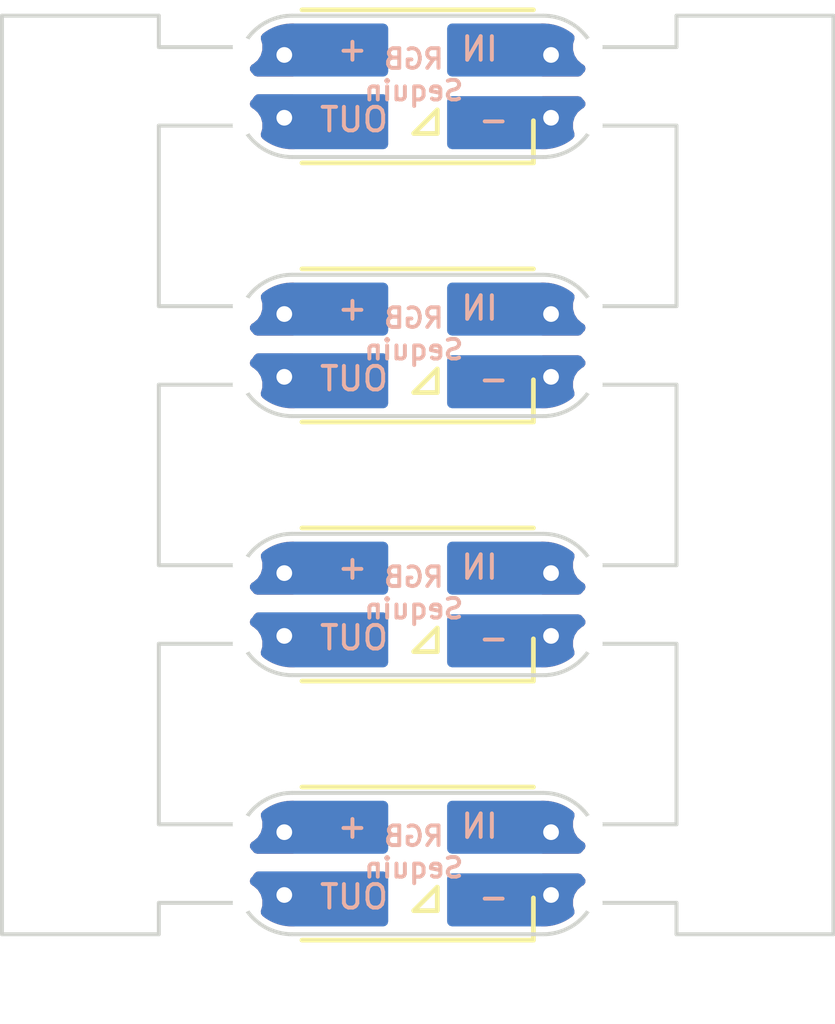
<source format=kicad_pcb>
(kicad_pcb (version 20211014) (generator pcbnew)
  (layers (0 "F.Cu" signal) (31 "B.Cu" signal) (34 "B.Paste" user) (35 "F.Paste" user) (36 "B.SilkS" user "B.Silkscreen") (37 "F.SilkS" user "F.Silkscreen") (38 "B.Mask" user) (39 "F.Mask" user) (44 "Edge.Cuts" user))
  (net 0 "")
  (net 1 "Board_0-/+")
  (net 2 "Board_0-/-")
  (net 3 "Board_0-/IN")
  (net 4 "Board_0-/OUT")
  (net 5 "Board_1-/+")
  (net 6 "Board_1-/-")
  (net 7 "Board_1-/IN")
  (net 8 "Board_1-/OUT")
  (net 9 "Board_2-/+")
  (net 10 "Board_2-/-")
  (net 11 "Board_2-/IN")
  (net 12 "Board_2-/OUT")
  (net 13 "Board_3-/+")
  (net 14 "Board_3-/-")
  (net 15 "Board_3-/IN")
  (net 16 "Board_3-/OUT")
  (footprint "NPTH" (layer "F.Cu") (at 45.536719 57.600002)
    (fp_text reference "REF**" hide)
    (fp_text value "NPTH" hide)
    (pad "" np_thru_hole circle locked (at 0 0) (size 0.5 0.5) (drill 0.5) (layers *.Cu *.Mask))
  )
  (footprint "NPTH" (layer "F.Cu") (at 54.463274 70.800011)
    (fp_text reference "REF**" hide)
    (fp_text value "NPTH" hide)
    (pad "" np_thru_hole circle locked (at 0 0) (size 0.5 0.5) (drill 0.5) (layers *.Cu *.Mask))
  )
  (footprint "LED_SMD:LED_SK6812MINI_PLCC4_3.5x3.5mm_P1.75mm" (layer "F.Cu") (at 49.999995 63.200014)
    (fp_text reference "D1" hide)
    (fp_text value "WS2812B")
    (pad "1" smd rect locked (at -1.75 -0.875) (size 1.6 0.85) (layers "F.Cu" "F.Paste" "F.Mask") (net 9 "Board_2-/+"))
    (pad "2" smd rect locked (at -1.75 0.875) (size 1.6 0.85) (layers "F.Cu" "F.Paste" "F.Mask") (net 12 "Board_2-/OUT"))
    (pad "3" smd rect locked (at 1.75 0.875) (size 1.6 0.85) (layers "F.Cu" "F.Paste" "F.Mask") (net 10 "Board_2-/-"))
    (pad "4" smd rect locked (at 1.75 -0.875) (size 1.6 0.85) (layers "F.Cu" "F.Paste" "F.Mask") (net 11 "Board_2-/IN"))
  )
  (footprint "LED_SMD:LED_SK6812MINI_PLCC4_3.5x3.5mm_P1.75mm" (layer "F.Cu") (at 49.999995 56.600005)
    (fp_text reference "D1" hide)
    (fp_text value "WS2812B")
    (pad "1" smd rect locked (at -1.75 -0.875) (size 1.6 0.85) (layers "F.Cu" "F.Paste" "F.Mask") (net 5 "Board_1-/+"))
    (pad "2" smd rect locked (at -1.75 0.875) (size 1.6 0.85) (layers "F.Cu" "F.Paste" "F.Mask") (net 8 "Board_1-/OUT"))
    (pad "3" smd rect locked (at 1.75 0.875) (size 1.6 0.85) (layers "F.Cu" "F.Paste" "F.Mask") (net 6 "Board_1-/-"))
    (pad "4" smd rect locked (at 1.75 -0.875) (size 1.6 0.85) (layers "F.Cu" "F.Paste" "F.Mask") (net 7 "Board_1-/IN"))
  )
  (footprint "NPTH" (layer "F.Cu") (at 54.599 69.80001)
    (fp_text reference "REF**" hide)
    (fp_text value "NPTH" hide)
    (pad "" np_thru_hole circle locked (at 0 0) (size 0.5 0.5) (drill 0.5) (layers *.Cu *.Mask))
  )
  (footprint "NPTH" (layer "F.Cu") (at 54.46327 57.600002)
    (fp_text reference "REF**" hide)
    (fp_text value "NPTH" hide)
    (pad "" np_thru_hole circle locked (at 0 0) (size 0.5 0.5) (drill 0.5) (layers *.Cu *.Mask))
  )
  (footprint "NPTH" (layer "F.Cu") (at 54.463263 68.800011)
    (fp_text reference "REF**" hide)
    (fp_text value "NPTH" hide)
    (pad "" np_thru_hole circle locked (at 0 0) (size 0.5 0.5) (drill 0.5) (layers *.Cu *.Mask))
  )
  (footprint "NPTH" (layer "F.Cu") (at 45.536717 64.200006)
    (fp_text reference "REF**" hide)
    (fp_text value "NPTH" hide)
    (pad "" np_thru_hole circle locked (at 0 0) (size 0.5 0.5) (drill 0.5) (layers *.Cu *.Mask))
  )
  (footprint "NPTH" (layer "F.Cu") (at 45.536721 55.600002)
    (fp_text reference "REF**" hide)
    (fp_text value "NPTH" hide)
    (pad "" np_thru_hole circle locked (at 0 0) (size 0.5 0.5) (drill 0.5) (layers *.Cu *.Mask))
  )
  (footprint "LED_SMD:LED_SK6812MINI_PLCC4_3.5x3.5mm_P1.75mm" (layer "F.Cu") (at 49.999995 69.800023)
    (fp_text reference "D1" hide)
    (fp_text value "WS2812B")
    (pad "1" smd rect locked (at -1.75 -0.875) (size 1.6 0.85) (layers "F.Cu" "F.Paste" "F.Mask") (net 13 "Board_3-/+"))
    (pad "2" smd rect locked (at -1.75 0.875) (size 1.6 0.85) (layers "F.Cu" "F.Paste" "F.Mask") (net 16 "Board_3-/OUT"))
    (pad "3" smd rect locked (at 1.75 0.875) (size 1.6 0.85) (layers "F.Cu" "F.Paste" "F.Mask") (net 14 "Board_3-/-"))
    (pad "4" smd rect locked (at 1.75 -0.875) (size 1.6 0.85) (layers "F.Cu" "F.Paste" "F.Mask") (net 15 "Board_3-/IN"))
  )
  (footprint "NPTH" (layer "F.Cu") (at 45.536721 50.999998)
    (fp_text reference "REF**" hide)
    (fp_text value "NPTH" hide)
    (pad "" np_thru_hole circle locked (at 0 0) (size 0.5 0.5) (drill 0.5) (layers *.Cu *.Mask))
  )
  (footprint "NPTH" (layer "F.Cu") (at 54.599 63.200006)
    (fp_text reference "REF**" hide)
    (fp_text value "NPTH" hide)
    (pad "" np_thru_hole circle locked (at 0 0) (size 0.5 0.5) (drill 0.5) (layers *.Cu *.Mask))
  )
  (footprint "NPTH" (layer "F.Cu") (at 54.463268 50.999998)
    (fp_text reference "REF**" hide)
    (fp_text value "NPTH" hide)
    (pad "" np_thru_hole circle locked (at 0 0) (size 0.5 0.5) (drill 0.5) (layers *.Cu *.Mask))
  )
  (footprint "NPTH" (layer "F.Cu") (at 45.536723 62.200006)
    (fp_text reference "REF**" hide)
    (fp_text value "NPTH" hide)
    (pad "" np_thru_hole circle locked (at 0 0) (size 0.5 0.5) (drill 0.5) (layers *.Cu *.Mask))
  )
  (footprint "NPTH" (layer "F.Cu") (at 45.400997 63.200006)
    (fp_text reference "REF**" hide)
    (fp_text value "NPTH" hide)
    (pad "" np_thru_hole circle locked (at 0 0) (size 0.5 0.5) (drill 0.5) (layers *.Cu *.Mask))
  )
  (footprint "NPTH" (layer "F.Cu") (at 54.598997 49.999998)
    (fp_text reference "REF**" hide)
    (fp_text value "NPTH" hide)
    (pad "" np_thru_hole circle locked (at 0 0) (size 0.5 0.5) (drill 0.5) (layers *.Cu *.Mask))
  )
  (footprint "NPTH" (layer "F.Cu") (at 54.46327 48.999998)
    (fp_text reference "REF**" hide)
    (fp_text value "NPTH" hide)
    (pad "" np_thru_hole circle locked (at 0 0) (size 0.5 0.5) (drill 0.5) (layers *.Cu *.Mask))
  )
  (footprint "LED_SMD:LED_SK6812MINI_PLCC4_3.5x3.5mm_P1.75mm" (layer "F.Cu") (at 49.999995 49.999996)
    (fp_text reference "D1" hide)
    (fp_text value "WS2812B")
    (pad "1" smd rect locked (at -1.75 -0.875) (size 1.6 0.85) (layers "F.Cu" "F.Paste" "F.Mask") (net 1 "Board_0-/+"))
    (pad "2" smd rect locked (at -1.75 0.875) (size 1.6 0.85) (layers "F.Cu" "F.Paste" "F.Mask") (net 4 "Board_0-/OUT"))
    (pad "3" smd rect locked (at 1.75 0.875) (size 1.6 0.85) (layers "F.Cu" "F.Paste" "F.Mask") (net 2 "Board_0-/-"))
    (pad "4" smd rect locked (at 1.75 -0.875) (size 1.6 0.85) (layers "F.Cu" "F.Paste" "F.Mask") (net 3 "Board_0-/IN"))
  )
  (footprint "NPTH" (layer "F.Cu") (at 45.536726 68.800011)
    (fp_text reference "REF**" hide)
    (fp_text value "NPTH" hide)
    (pad "" np_thru_hole circle locked (at 0 0) (size 0.5 0.5) (drill 0.5) (layers *.Cu *.Mask))
  )
  (footprint "NPTH" (layer "F.Cu") (at 45.400997 56.600002)
    (fp_text reference "REF**" hide)
    (fp_text value "NPTH" hide)
    (pad "" np_thru_hole circle locked (at 0 0) (size 0.5 0.5) (drill 0.5) (layers *.Cu *.Mask))
  )
  (footprint "NPTH" (layer "F.Cu") (at 54.463266 62.200006)
    (fp_text reference "REF**" hide)
    (fp_text value "NPTH" hide)
    (pad "" np_thru_hole circle locked (at 0 0) (size 0.5 0.5) (drill 0.5) (layers *.Cu *.Mask))
  )
  (footprint "NPTH" (layer "F.Cu") (at 54.463272 64.200006)
    (fp_text reference "REF**" hide)
    (fp_text value "NPTH" hide)
    (pad "" np_thru_hole circle locked (at 0 0) (size 0.5 0.5) (drill 0.5) (layers *.Cu *.Mask))
  )
  (footprint "NPTH" (layer "F.Cu") (at 54.599 56.600002)
    (fp_text reference "REF**" hide)
    (fp_text value "NPTH" hide)
    (pad "" np_thru_hole circle locked (at 0 0) (size 0.5 0.5) (drill 0.5) (layers *.Cu *.Mask))
  )
  (footprint "NPTH" (layer "F.Cu") (at 45.536715 70.800011)
    (fp_text reference "REF**" hide)
    (fp_text value "NPTH" hide)
    (pad "" np_thru_hole circle locked (at 0 0) (size 0.5 0.5) (drill 0.5) (layers *.Cu *.Mask))
  )
  (footprint "NPTH" (layer "F.Cu") (at 45.400997 69.80001)
    (fp_text reference "REF**" hide)
    (fp_text value "NPTH" hide)
    (pad "" np_thru_hole circle locked (at 0 0) (size 0.5 0.5) (drill 0.5) (layers *.Cu *.Mask))
  )
  (footprint "NPTH" (layer "F.Cu") (at 45.536719 48.999998)
    (fp_text reference "REF**" hide)
    (fp_text value "NPTH" hide)
    (pad "" np_thru_hole circle locked (at 0 0) (size 0.5 0.5) (drill 0.5) (layers *.Cu *.Mask))
  )
  (footprint "NPTH" (layer "F.Cu") (at 45.400997 49.999998)
    (fp_text reference "REF**" hide)
    (fp_text value "NPTH" hide)
    (pad "" np_thru_hole circle locked (at 0 0) (size 0.5 0.5) (drill 0.5) (layers *.Cu *.Mask))
  )
  (footprint "NPTH" (layer "F.Cu") (at 54.463268 55.600002)
    (fp_text reference "REF**" hide)
    (fp_text value "NPTH" hide)
    (pad "" np_thru_hole circle locked (at 0 0) (size 0.5 0.5) (drill 0.5) (layers *.Cu *.Mask))
  )
  (gr_line (start 49.899995 51.199996) (end 50.499995 51.199996) (layer "F.SilkS") (width 0.12))
  (gr_line (start 50.499995 57.800005) (end 50.499995 57.200005) (layer "F.SilkS") (width 0.12))
  (gr_line (start 50.499995 71.000023) (end 50.499995 70.400023) (layer "F.SilkS") (width 0.12))
  (gr_line (start 49.899995 57.800005) (end 50.499995 57.800005) (layer "F.SilkS") (width 0.12))
  (gr_line (start 50.499995 64.400014) (end 50.499995 63.800014) (layer "F.SilkS") (width 0.12))
  (gr_line (start 50.499995 70.400023) (end 49.899995 71.000023) (layer "F.SilkS") (width 0.12))
  (gr_line (start 50.499995 57.200005) (end 49.899995 57.800005) (layer "F.SilkS") (width 0.12))
  (gr_line (start 49.899995 71.000023) (end 50.499995 71.000023) (layer "F.SilkS") (width 0.12))
  (gr_line (start 49.899995 64.400014) (end 50.499995 64.400014) (layer "F.SilkS") (width 0.12))
  (gr_line (start 50.499995 63.800014) (end 49.899995 64.400014) (layer "F.SilkS") (width 0.12))
  (gr_line (start 50.499995 51.199996) (end 50.499995 50.599996) (layer "F.SilkS") (width 0.12))
  (gr_line (start 50.499995 50.599996) (end 49.899995 51.199996) (layer "F.SilkS") (width 0.12))
  (gr_line (start 54.413308 70.900499) (end 54.448282 70.836086) (layer "Edge.Cuts") (width 0.1))
  (gr_line (start 45.534501 64.200006) (end 45.551707 64.236077) (layer "Edge.Cuts") (width 0.1))
  (gr_line (start 54.241157 64.537445) (end 54.288792 64.48167) (layer "Edge.Cuts") (width 0.1))
  (gr_line (start 46.726698 58.399085) (end 46.8 58.401) (layer "Edge.Cuts") (width 0.1))
  (gr_line (start 46.653524 54.806683) (end 46.580856 54.81625) (layer "Edge.Cuts") (width 0.1))
  (gr_line (start 45.918297 61.711249) (end 45.862524 61.758886) (layer "Edge.Cuts") (width 0.1))
  (gr_line (start 53.963055 48.425033) (end 53.900471 48.386682) (layer "Edge.Cuts") (width 0.1))
  (gr_line (start 46.437364 68.046768) (end 46.367037 68.067601) (layer "Edge.Cuts") (width 0.1))
  (gr_line (start 53.836058 51.648283) (end 53.900517 51.613283) (layer "Edge.Cuts") (width 0.1))
  (gr_line (start 54.137426 55.158842) (end 54.081651 55.111207) (layer "Edge.Cuts") (width 0.1))
  (gr_line (start 54.465486 57.600002) (end 56.598 57.600002) (layer "Edge.Cuts") (width 0.1))
  (gr_line (start 45.862524 64.641141) (end 45.918297 64.688778) (layer "Edge.Cuts") (width 0.1))
  (gr_line (start 54.081692 51.48876) (end 54.137465 51.441123) (layer "Edge.Cuts") (width 0.1))
  (gr_line (start 53.199994 71.601022) (end 53.273291 71.599103) (layer "Edge.Cuts") (width 0.1))
  (gr_line (start 54.413308 68.699546) (end 54.374957 68.636962) (layer "Edge.Cuts") (width 0.1))
  (gr_line (start 43.400995 50.999998) (end 43.400995 55.600002) (layer "Edge.Cuts") (width 0.1))
  (gr_line (start 53.419185 68.016276) (end 53.346413 68.006695) (layer "Edge.Cuts") (width 0.1))
  (gr_line (start 54.448282 64.236077) (end 54.465488 64.200006) (layer "Edge.Cuts") (width 0.1))
  (gr_line (start 54.374957 48.836935) (end 54.333442 48.77653) (layer "Edge.Cuts") (width 0.1))
  (gr_line (start 53.199994 65.001013) (end 53.273343 64.999092) (layer "Edge.Cuts") (width 0.1))
  (gr_line (start 45.586681 57.700481) (end 45.625004 57.763021) (layer "Edge.Cuts") (width 0.1))
  (gr_line (start 45.918297 55.11124) (end 45.862524 55.158877) (layer "Edge.Cuts") (width 0.1))
  (gr_line (start 53.419133 54.81625) (end 53.346465 54.806683) (layer "Edge.Cuts") (width 0.1))
  (gr_line (start 53.491253 48.229606) (end 53.419133 48.216241) (layer "Edge.Cuts") (width 0.1))
  (gr_line (start 45.711197 71.081679) (end 45.758832 71.137454) (layer "Edge.Cuts") (width 0.1))
  (gr_line (start 53.900471 64.813327) (end 53.963011 64.775004) (layer "Edge.Cuts") (width 0.1))
  (gr_line (start 45.666547 68.576557) (end 45.625032 68.636962) (layer "Edge.Cuts") (width 0.1))
  (gr_line (start 46.726698 51.799076) (end 46.8 51.801) (layer "Edge.Cuts") (width 0.1))
  (gr_line (start 43.400995 64.200006) (end 45.534501 64.200006) (layer "Edge.Cuts") (width 0.1))
  (gr_line (start 46.8 51.801) (end 53.199995 51.800995) (layer "Edge.Cuts") (width 0.1))
  (gr_line (start 46.036934 64.774976) (end 46.099472 64.813301) (layer "Edge.Cuts") (width 0.1))
  (gr_line (start 46.580856 58.383759) (end 46.653576 58.393332) (layer "Edge.Cuts") (width 0.1))
  (gr_line (start 46.580856 54.81625) (end 46.508736 54.829615) (layer "Edge.Cuts") (width 0.1))
  (gr_line (start 45.534505 50.999998) (end 45.551707 51.036059) (layer "Edge.Cuts") (width 0.1))
  (gr_line (start 46.508685 48.229617) (end 46.437415 48.246727) (layer "Edge.Cuts") (width 0.1))
  (gr_line (start 54.333442 61.976548) (end 54.288792 61.918357) (layer "Edge.Cuts") (width 0.1))
  (gr_line (start 54.333442 64.423479) (end 54.374957 64.363074) (layer "Edge.Cuts") (width 0.1))
  (gr_line (start 54.081692 58.088769) (end 54.137426 58.041167) (layer "Edge.Cuts") (width 0.1))
  (gr_line (start 53.900517 51.613283) (end 53.963055 51.574958) (layer "Edge.Cuts") (width 0.1))
  (gr_line (start 46.8 65.001) (end 53.199994 65.001013) (layer "Edge.Cuts") (width 0.1))
  (gr_line (start 54.081651 48.511198) (end 54.02346 48.466548) (layer "Edge.Cuts") (width 0.1))
  (gr_line (start 53.2 48.199) (end 46.799995 48.198996) (layer "Edge.Cuts") (width 0.1))
  (gr_line (start 46.163978 71.448334) (end 46.230133 71.479888) (layer "Edge.Cuts") (width 0.1))
  (gr_line (start 54.465484 50.999998) (end 56.598 50.999998) (layer "Edge.Cuts") (width 0.1))
  (gr_line (start 53.769856 58.27987) (end 53.836011 58.248316) (layer "Edge.Cuts") (width 0.1))
  (gr_line (start 45.551707 57.636068) (end 45.586681 57.700481) (layer "Edge.Cuts") (width 0.1))
  (gr_line (start 53.769856 48.32013) (end 53.702092 48.29206) (layer "Edge.Cuts") (width 0.1))
  (gr_line (start 46.726646 48.200917) (end 46.653524 48.206674) (layer "Edge.Cuts") (width 0.1))
  (gr_line (start 46.653576 64.993341) (end 46.726698 64.999094) (layer "Edge.Cuts") (width 0.1))
  (gr_line (start 53.963055 51.574958) (end 54.02346 51.533443) (layer "Edge.Cuts") (width 0.1))
  (gr_line (start 46.437415 71.553291) (end 46.508736 71.570412) (layer "Edge.Cuts") (width 0.1))
  (gr_line (start 46.8 71.601) (end 53.199994 71.601022) (layer "Edge.Cuts") (width 0.1))
  (gr_line (start 46.036978 68.225032) (end 45.976487 68.266606) (layer "Edge.Cuts") (width 0.1))
  (gr_line (start 46.508736 71.570412) (end 46.580804 71.583769) (layer "Edge.Cuts") (width 0.1))
  (gr_line (start 53.900471 58.213318) (end 53.963011 58.174995) (layer "Edge.Cuts") (width 0.1))
  (gr_line (start 45.809357 61.809339) (end 45.758867 61.862543) (layer "Edge.Cuts") (width 0.1))
  (gr_line (start 46.230133 68.120157) (end 46.163978 68.151711) (layer "Edge.Cuts") (width 0.1))
  (gr_line (start 46.230181 48.320109) (end 46.163978 48.351684) (layer "Edge.Cuts") (width 0.1))
  (gr_line (start 53.491304 68.029644) (end 53.419185 68.016276) (layer "Edge.Cuts") (width 0.1))
  (gr_line (start 54.241157 48.662564) (end 54.190632 48.609321) (layer "Edge.Cuts") (width 0.1))
  (gr_line (start 54.288792 64.48167) (end 54.333442 64.423479) (layer "Edge.Cuts") (width 0.1))
  (gr_line (start 46.8 58.401) (end 53.199994 58.401004) (layer "Edge.Cuts") (width 0.1))
  (gr_line (start 53.769856 54.920139) (end 53.702092 54.892069) (layer "Edge.Cuts") (width 0.1))
  (gr_line (start 45.918297 48.511231) (end 45.862524 48.558868) (layer "Edge.Cuts") (width 0.1))
  (gr_line (start 46.580856 61.416259) (end 46.508685 61.429635) (layer "Edge.Cuts") (width 0.1))
  (gr_line (start 45.976487 48.466579) (end 45.918297 48.511231) (layer "Edge.Cuts") (width 0.1))
  (gr_line (start 54.465486 48.999998) (end 54.448282 48.963932) (layer "Edge.Cuts") (width 0.1))
  (gr_line (start 53.346413 71.59335) (end 53.419185 71.583769) (layer "Edge.Cuts") (width 0.1))
  (gr_line (start 46.653576 71.59335) (end 46.726698 71.599103) (layer "Edge.Cuts") (width 0.1))
  (gr_line (start 53.491304 61.429635) (end 53.419185 61.416267) (layer "Edge.Cuts") (width 0.1))
  (gr_line (start 45.80932 64.590651) (end 45.862524 64.641141) (layer "Edge.Cuts") (width 0.1))
  (gr_line (start 43.400995 68.800011) (end 43.400995 64.200006) (layer "Edge.Cuts") (width 0.1))
  (gr_line (start 46.580856 64.983768) (end 46.653576 64.993341) (layer "Edge.Cuts") (width 0.1))
  (gr_line (start 53.632952 71.532444) (end 53.702043 71.507977) (layer "Edge.Cuts") (width 0.1))
  (gr_line (start 53.273291 68.000942) (end 53.2 67.999) (layer "Edge.Cuts") (width 0.1))
  (gr_line (start 46.099472 58.213292) (end 46.163931 58.248292) (layer "Edge.Cuts") (width 0.1))
  (gr_line (start 46.437415 48.246727) (end 46.367087 48.267558) (layer "Edge.Cuts") (width 0.1))
  (gr_line (start 54.333442 51.223461) (end 54.374985 51.163012) (layer "Edge.Cuts") (width 0.1))
  (gr_line (start 45.918338 71.28882) (end 45.976487 71.333439) (layer "Edge.Cuts") (width 0.1))
  (gr_line (start 53.562625 68.046768) (end 53.491304 68.029644) (layer "Edge.Cuts") (width 0.1))
  (gr_line (start 53.632952 54.867583) (end 53.562574 54.846736) (layer "Edge.Cuts") (width 0.1))
  (gr_line (start 53.419133 58.383759) (end 53.491304 58.370383) (layer "Edge.Cuts") (width 0.1))
  (gr_line (start 54.448282 62.16395) (end 54.413308 62.099537) (layer "Edge.Cuts") (width 0.1))
  (gr_line (start 46.297946 58.307959) (end 46.367087 58.332442) (layer "Edge.Cuts") (width 0.1))
  (gr_line (start 54.288792 68.518366) (end 54.241157 68.462591) (layer "Edge.Cuts") (width 0.1))
  (gr_line (start 53.562574 48.246727) (end 53.491253 48.229606) (layer "Edge.Cuts") (width 0.1))
  (gr_line (start 53.963055 55.025042) (end 53.900471 54.986691) (layer "Edge.Cuts") (width 0.1))
  (gr_line (start 53.702092 54.892069) (end 53.632952 54.867583) (layer "Edge.Cuts") (width 0.1))
  (gr_line (start 45.758832 71.137454) (end 45.809357 71.190697) (layer "Edge.Cuts") (width 0.1))
  (gr_line (start 45.625032 68.636962) (end 45.586681 68.699546) (layer "Edge.Cuts") (width 0.1))
  (gr_line (start 45.976487 71.333439) (end 46.036934 71.374985) (layer "Edge.Cuts") (width 0.1))
  (gr_line (start 53.419133 64.983768) (end 53.491304 64.970392) (layer "Edge.Cuts") (width 0.1))
  (gr_line (start 54.190632 61.809339) (end 54.137426 61.758851) (layer "Edge.Cuts") (width 0.1))
  (gr_line (start 53.273291 71.599103) (end 53.346413 71.59335) (layer "Edge.Cuts") (width 0.1))
  (gr_line (start 46.297946 51.70795) (end 46.367037 51.732417) (layer "Edge.Cuts") (width 0.1))
  (gr_line (start 54.241122 71.137493) (end 54.288759 71.08172) (layer "Edge.Cuts") (width 0.1))
  (gr_line (start 45.976529 61.666566) (end 45.918297 61.711249) (layer "Edge.Cuts") (width 0.1))
  (gr_line (start 53.900471 54.986691) (end 53.836011 54.951693) (layer "Edge.Cuts") (width 0.1))
  (gr_line (start 43.400995 48.198996) (end 39.402995 48.198996) (layer "Edge.Cuts") (width 0.1))
  (gr_line (start 53.2 67.999) (end 46.799994 67.999023) (layer "Edge.Cuts") (width 0.1))
  (gr_line (start 45.71123 57.881702) (end 45.758867 57.937475) (layer "Edge.Cuts") (width 0.1))
  (gr_line (start 54.081651 55.111207) (end 54.02346 55.066557) (layer "Edge.Cuts") (width 0.1))
  (gr_line (start 53.702043 58.307959) (end 53.769856 58.27987) (layer "Edge.Cuts") (width 0.1))
  (gr_line (start 45.534499 70.800011) (end 45.551707 70.836086) (layer "Edge.Cuts") (width 0.1))
  (gr_line (start 46.163931 61.551726) (end 46.099472 61.586726) (layer "Edge.Cuts") (width 0.1))
  (gr_line (start 54.137465 68.358895) (end 54.081651 68.311225) (layer "Edge.Cuts") (width 0.1))
  (gr_line (start 46.099518 68.186709) (end 46.036978 68.225032) (layer "Edge.Cuts") (width 0.1))
  (gr_line (start 45.976529 58.133452) (end 46.036934 58.174967) (layer "Edge.Cuts") (width 0.1))
  (gr_line (start 46.580804 71.583769) (end 46.653576 71.59335) (layer "Edge.Cuts") (width 0.1))
  (gr_line (start 46.437364 51.75325) (end 46.508685 51.770374) (layer "Edge.Cuts") (width 0.1))
  (gr_line (start 54.081692 64.688778) (end 54.137426 64.641176) (layer "Edge.Cuts") (width 0.1))
  (gr_line (start 46.653524 48.206674) (end 46.580804 48.216249) (layer "Edge.Cuts") (width 0.1))
  (gr_line (start 46.799994 67.999023) (end 46.726646 68.000944) (layer "Edge.Cuts") (width 0.1))
  (gr_line (start 53.273343 48.200917) (end 53.2 48.199) (layer "Edge.Cuts") (width 0.1))
  (gr_line (start 45.551707 48.963932) (end 45.534503 48.999998) (layer "Edge.Cuts") (width 0.1))
  (gr_line (start 39.402995 48.198996) (end 39.402995 71.601022) (layer "Edge.Cuts") (width 0.1))
  (gr_line (start 46.508685 58.370383) (end 46.580856 58.383759) (layer "Edge.Cuts") (width 0.1))
  (gr_line (start 54.374985 70.963039) (end 54.413308 70.900499) (layer "Edge.Cuts") (width 0.1))
  (gr_line (start 53.346413 61.406686) (end 53.273291 61.400933) (layer "Edge.Cuts") (width 0.1))
  (gr_line (start 56.598 70.800011) (end 56.598 71.601022) (layer "Edge.Cuts") (width 0.1))
  (gr_line (start 46.036934 48.425033) (end 45.976487 48.466579) (layer "Edge.Cuts") (width 0.1))
  (gr_line (start 46.163978 48.351684) (end 46.099518 48.386682) (layer "Edge.Cuts") (width 0.1))
  (gr_line (start 53.632952 58.332426) (end 53.702043 58.307959) (layer "Edge.Cuts") (width 0.1))
  (gr_line (start 53.346465 64.993335) (end 53.419133 64.983768) (layer "Edge.Cuts") (width 0.1))
  (gr_line (start 53.963055 71.374985) (end 54.02346 71.33347) (layer "Edge.Cuts") (width 0.1))
  (gr_line (start 53.491304 51.770374) (end 53.562574 51.753264) (layer "Edge.Cuts") (width 0.1))
  (gr_line (start 54.465481 62.200006) (end 54.448282 62.16395) (layer "Edge.Cuts") (width 0.1))
  (gr_line (start 46.036934 61.625051) (end 45.976529 61.666566) (layer "Edge.Cuts") (width 0.1))
  (gr_line (start 53.702043 68.092068) (end 53.632952 68.067601) (layer "Edge.Cuts") (width 0.1))
  (gr_line (start 46.580856 68.016268) (end 46.508736 68.029633) (layer "Edge.Cuts") (width 0.1))
  (gr_line (start 46.230133 58.27987) (end 46.297946 58.307959) (layer "Edge.Cuts") (width 0.1))
  (gr_line (start 56.598 68.800011) (end 54.465479 68.800011) (layer "Edge.Cuts") (width 0.1))
  (gr_line (start 45.586681 48.899519) (end 45.551707 48.963932) (layer "Edge.Cuts") (width 0.1))
  (gr_line (start 45.809357 51.39067) (end 45.862563 51.441158) (layer "Edge.Cuts") (width 0.1))
  (gr_line (start 46.367087 71.53246) (end 46.437415 71.553291) (layer "Edge.Cuts") (width 0.1))
  (gr_line (start 53.346465 54.806683) (end 53.273343 54.800926) (layer "Edge.Cuts") (width 0.1))
  (gr_line (start 45.625032 51.163056) (end 45.666547 51.223461) (layer "Edge.Cuts") (width 0.1))
  (gr_line (start 45.976487 68.266606) (end 45.918338 68.311225) (layer "Edge.Cuts") (width 0.1))
  (gr_line (start 53.346465 58.393326) (end 53.419133 58.383759) (layer "Edge.Cuts") (width 0.1))
  (gr_line (start 45.758867 61.862543) (end 45.71123 61.918316) (layer "Edge.Cuts") (width 0.1))
  (gr_line (start 54.241157 61.862582) (end 54.190632 61.809339) (layer "Edge.Cuts") (width 0.1))
  (gr_line (start 54.241122 51.337466) (end 54.288759 51.281693) (layer "Edge.Cuts") (width 0.1))
  (gr_line (start 53.702043 64.907968) (end 53.769856 64.879879) (layer "Edge.Cuts") (width 0.1))
  (gr_line (start 45.551707 62.16395) (end 45.534508 62.200006) (layer "Edge.Cuts") (width 0.1))
  (gr_line (start 56.598 62.200006) (end 54.465481 62.200006) (layer "Edge.Cuts") (width 0.1))
  (gr_line (start 53.836011 48.351684) (end 53.769856 48.32013) (layer "Edge.Cuts") (width 0.1))
  (gr_line (start 45.666547 55.376539) (end 45.625004 55.436988) (layer "Edge.Cuts") (width 0.1))
  (gr_line (start 54.241157 57.937436) (end 54.288792 57.881661) (layer "Edge.Cuts") (width 0.1))
  (gr_line (start 54.413308 55.499528) (end 54.374957 55.436944) (layer "Edge.Cuts") (width 0.1))
  (gr_line (start 46.367087 61.467576) (end 46.297946 61.492059) (layer "Edge.Cuts") (width 0.1))
  (gr_line (start 54.081692 61.711249) (end 54.023502 61.666597) (layer "Edge.Cuts") (width 0.1))
  (gr_line (start 45.809357 71.190697) (end 45.862563 71.241185) (layer "Edge.Cuts") (width 0.1))
  (gr_line (start 45.809357 68.409348) (end 45.758832 68.462591) (layer "Edge.Cuts") (width 0.1))
  (gr_line (start 46.367087 58.332442) (end 46.437415 58.353273) (layer "Edge.Cuts") (width 0.1))
  (gr_line (start 43.400995 48.198996) (end 43.400995 48.999998) (layer "Edge.Cuts") (width 0.1))
  (gr_line (start 46.580856 51.78375) (end 46.653576 51.793323) (layer "Edge.Cuts") (width 0.1))
  (gr_line (start 45.80932 48.609358) (end 45.758832 48.662564) (layer "Edge.Cuts") (width 0.1))
  (gr_line (start 56.598 71.601022) (end 60.598 71.601022) (layer "Edge.Cuts") (width 0.1))
  (gr_line (start 54.190632 51.39067) (end 54.241122 51.337466) (layer "Edge.Cuts") (width 0.1))
  (gr_line (start 54.190669 68.409385) (end 54.137465 68.358895) (layer "Edge.Cuts") (width 0.1))
  (gr_line (start 45.586681 64.30049) (end 45.625004 64.36303) (layer "Edge.Cuts") (width 0.1))
  (gr_line (start 46.230133 54.920139) (end 46.163978 54.951693) (layer "Edge.Cuts") (width 0.1))
  (gr_line (start 53.562625 71.553277) (end 53.632952 71.532444) (layer "Edge.Cuts") (width 0.1))
  (gr_line (start 45.625004 55.436988) (end 45.586681 55.499528) (layer "Edge.Cuts") (width 0.1))
  (gr_line (start 54.413308 48.899519) (end 54.374957 48.836935) (layer "Edge.Cuts") (width 0.1))
  (gr_line (start 53.273343 58.399083) (end 53.346465 58.393326) (layer "Edge.Cuts") (width 0.1))
  (gr_line (start 53.769856 64.879879) (end 53.836011 64.848325) (layer "Edge.Cuts") (width 0.1))
  (gr_line (start 45.976487 55.066588) (end 45.918297 55.11124) (layer "Edge.Cuts") (width 0.1))
  (gr_line (start 46.799994 61.399014) (end 46.726698 61.400933) (layer "Edge.Cuts") (width 0.1))
  (gr_line (start 45.862524 58.041132) (end 45.918297 58.088769) (layer "Edge.Cuts") (width 0.1))
  (gr_line (start 45.666547 61.976548) (end 45.625004 62.036997) (layer "Edge.Cuts") (width 0.1))
  (gr_line (start 46.297946 64.907968) (end 46.367087 64.932451) (layer "Edge.Cuts") (width 0.1))
  (gr_line (start 43.400995 70.800011) (end 45.534499 70.800011) (layer "Edge.Cuts") (width 0.1))
  (gr_line (start 54.137426 64.641176) (end 54.190669 64.590651) (layer "Edge.Cuts") (width 0.1))
  (gr_line (start 45.666547 57.82347) (end 45.71123 57.881702) (layer "Edge.Cuts") (width 0.1))
  (gr_line (start 53.419185 61.416267) (end 53.346413 61.406686) (layer "Edge.Cuts") (width 0.1))
  (gr_line (start 45.551707 55.563941) (end 45.534505 55.600002) (layer "Edge.Cuts") (width 0.1))
  (gr_line (start 54.190632 55.20933) (end 54.137426 55.158842) (layer "Edge.Cuts") (width 0.1))
  (gr_line (start 46.099518 51.613309) (end 46.163978 51.648307) (layer "Edge.Cuts") (width 0.1))
  (gr_line (start 46.099472 61.586726) (end 46.036934 61.625051) (layer "Edge.Cuts") (width 0.1))
  (gr_line (start 46.099518 48.386682) (end 46.036934 48.425033) (layer "Edge.Cuts") (width 0.1))
  (gr_line (start 45.71123 61.918316) (end 45.666547 61.976548) (layer "Edge.Cuts") (width 0.1))
  (gr_line (start 45.862524 61.758886) (end 45.809357 61.809339) (layer "Edge.Cuts") (width 0.1))
  (gr_line (start 53.346465 48.206674) (end 53.273343 48.200917) (layer "Edge.Cuts") (width 0.1))
  (gr_line (start 54.465479 68.800011) (end 54.448306 68.764006) (layer "Edge.Cuts") (width 0.1))
  (gr_line (start 45.711197 68.518366) (end 45.666547 68.576557) (layer "Edge.Cuts") (width 0.1))
  (gr_line (start 45.53451 68.800011) (end 43.400995 68.800011) (layer "Edge.Cuts") (width 0.1))
  (gr_line (start 54.241157 55.262573) (end 54.190632 55.20933) (layer "Edge.Cuts") (width 0.1))
  (gr_line (start 56.598 64.200006) (end 56.598 68.800011) (layer "Edge.Cuts") (width 0.1))
  (gr_line (start 45.586681 51.100472) (end 45.625032 51.163056) (layer "Edge.Cuts") (width 0.1))
  (gr_line (start 45.551707 68.763959) (end 45.53451 68.800011) (layer "Edge.Cuts") (width 0.1))
  (gr_line (start 56.598 55.600002) (end 54.465484 55.600002) (layer "Edge.Cuts") (width 0.1))
  (gr_line (start 46.230133 64.879879) (end 46.297946 64.907968) (layer "Edge.Cuts") (width 0.1))
  (gr_line (start 53.836011 54.951693) (end 53.769856 54.920139) (layer "Edge.Cuts") (width 0.1))
  (gr_line (start 43.400995 57.600002) (end 43.400995 62.200006) (layer "Edge.Cuts") (width 0.1))
  (gr_line (start 46.508736 68.029633) (end 46.437364 68.046768) (layer "Edge.Cuts") (width 0.1))
  (gr_line (start 54.241157 68.462591) (end 54.190669 68.409385) (layer "Edge.Cuts") (width 0.1))
  (gr_line (start 54.413308 64.30049) (end 54.448282 64.236077) (layer "Edge.Cuts") (width 0.1))
  (gr_line (start 54.288759 51.281693) (end 54.333442 51.223461) (layer "Edge.Cuts") (width 0.1))
  (gr_line (start 53.419185 71.583769) (end 53.491304 71.570401) (layer "Edge.Cuts") (width 0.1))
  (gr_line (start 45.666547 48.77653) (end 45.625004 48.836979) (layer "Edge.Cuts") (width 0.1))
  (gr_line (start 46.099472 64.813301) (end 46.163931 64.848301) (layer "Edge.Cuts") (width 0.1))
  (gr_line (start 45.918297 64.688778) (end 45.976529 64.733461) (layer "Edge.Cuts") (width 0.1))
  (gr_line (start 53.491304 64.970392) (end 53.562625 64.953268) (layer "Edge.Cuts") (width 0.1))
  (gr_line (start 54.374957 57.763065) (end 54.413308 57.700481) (layer "Edge.Cuts") (width 0.1))
  (gr_line (start 54.46549 70.800011) (end 56.598 70.800011) (layer "Edge.Cuts") (width 0.1))
  (gr_line (start 54.081651 71.28882) (end 54.137465 71.24115) (layer "Edge.Cuts") (width 0.1))
  (gr_line (start 54.288792 61.918357) (end 54.241157 61.862582) (layer "Edge.Cuts") (width 0.1))
  (gr_line (start 53.900517 68.186735) (end 53.836058 68.151735) (layer "Edge.Cuts") (width 0.1))
  (gr_line (start 46.367037 68.067601) (end 46.297946 68.092068) (layer "Edge.Cuts") (width 0.1))
  (gr_line (start 45.534503 48.999998) (end 43.400995 48.999998) (layer "Edge.Cuts") (width 0.1))
  (gr_line (start 45.862563 71.241185) (end 45.918338 71.28882) (layer "Edge.Cuts") (width 0.1))
  (gr_line (start 60.598 48.198996) (end 56.598 48.198996) (layer "Edge.Cuts") (width 0.1))
  (gr_line (start 53.900517 71.41331) (end 53.963055 71.374985) (layer "Edge.Cuts") (width 0.1))
  (gr_line (start 46.099518 71.413336) (end 46.163978 71.448334) (layer "Edge.Cuts") (width 0.1))
  (gr_line (start 53.273343 54.800926) (end 53.2 54.799) (layer "Edge.Cuts") (width 0.1))
  (gr_line (start 53.769856 51.679861) (end 53.836058 51.648283) (layer "Edge.Cuts") (width 0.1))
  (gr_line (start 54.448282 51.036059) (end 54.465484 50.999998) (layer "Edge.Cuts") (width 0.1))
  (gr_line (start 45.625004 62.036997) (end 45.586681 62.099537) (layer "Edge.Cuts") (width 0.1))
  (gr_line (start 43.400995 71.601022) (end 43.400995 70.800011) (layer "Edge.Cuts") (width 0.1))
  (gr_line (start 54.02346 55.066557) (end 53.963055 55.025042) (layer "Edge.Cuts") (width 0.1))
  (gr_line (start 54.333442 71.023488) (end 54.374985 70.963039) (layer "Edge.Cuts") (width 0.1))
  (gr_line (start 45.809357 55.20933) (end 45.758867 55.262534) (layer "Edge.Cuts") (width 0.1))
  (gr_line (start 46.437415 54.846736) (end 46.367037 54.867583) (layer "Edge.Cuts") (width 0.1))
  (gr_line (start 54.465484 55.600002) (end 54.448282 55.563941) (layer "Edge.Cuts") (width 0.1))
  (gr_line (start 56.598 48.999998) (end 54.465486 48.999998) (layer "Edge.Cuts") (width 0.1))
  (gr_line (start 56.598 57.600002) (end 56.598 62.200006) (layer "Edge.Cuts") (width 0.1))
  (gr_line (start 45.586681 68.699546) (end 45.551707 68.763959) (layer "Edge.Cuts") (width 0.1))
  (gr_line (start 54.374957 62.036953) (end 54.333442 61.976548) (layer "Edge.Cuts") (width 0.1))
  (gr_line (start 45.625004 57.763021) (end 45.666547 57.82347) (layer "Edge.Cuts") (width 0.1))
  (gr_line (start 53.632952 64.932435) (end 53.702043 64.907968) (layer "Edge.Cuts") (width 0.1))
  (gr_line (start 53.2 54.799) (end 46.799994 54.799005) (layer "Edge.Cuts") (width 0.1))
  (gr_line (start 53.836058 71.44831) (end 53.900517 71.41331) (layer "Edge.Cuts") (width 0.1))
  (gr_line (start 45.862524 55.158877) (end 45.809357 55.20933) (layer "Edge.Cuts") (width 0.1))
  (gr_line (start 46.367037 54.867583) (end 46.297897 54.892069) (layer "Edge.Cuts") (width 0.1))
  (gr_line (start 54.190669 57.990642) (end 54.241157 57.937436) (layer "Edge.Cuts") (width 0.1))
  (gr_line (start 46.036934 71.374985) (end 46.099518 71.413336) (layer "Edge.Cuts") (width 0.1))
  (gr_line (start 53.769856 71.479888) (end 53.836058 71.44831) (layer "Edge.Cuts") (width 0.1))
  (gr_line (start 45.551707 64.236077) (end 45.586681 64.30049) (layer "Edge.Cuts") (width 0.1))
  (gr_line (start 45.758832 48.662564) (end 45.711197 48.718339) (layer "Edge.Cuts") (width 0.1))
  (gr_line (start 53.836011 58.248316) (end 53.900471 58.213318) (layer "Edge.Cuts") (width 0.1))
  (gr_line (start 53.199994 58.401004) (end 53.273343 58.399083) (layer "Edge.Cuts") (width 0.1))
  (gr_line (start 45.918297 51.48876) (end 45.976487 51.533412) (layer "Edge.Cuts") (width 0.1))
  (gr_line (start 54.190669 64.590651) (end 54.241157 64.537445) (layer "Edge.Cuts") (width 0.1))
  (gr_line (start 46.367037 51.732417) (end 46.437364 51.75325) (layer "Edge.Cuts") (width 0.1))
  (gr_line (start 54.190632 48.609321) (end 54.137426 48.558833) (layer "Edge.Cuts") (width 0.1))
  (gr_line (start 45.976529 64.733461) (end 46.036934 64.774976) (layer "Edge.Cuts") (width 0.1))
  (gr_line (start 46.653576 68.006695) (end 46.580856 68.016268) (layer "Edge.Cuts") (width 0.1))
  (gr_line (start 53.702043 71.507977) (end 53.769856 71.479888) (layer "Edge.Cuts") (width 0.1))
  (gr_line (start 46.437415 64.953282) (end 46.508685 64.970392) (layer "Edge.Cuts") (width 0.1))
  (gr_line (start 53.346413 68.006695) (end 53.273291 68.000942) (layer "Edge.Cuts") (width 0.1))
  (gr_line (start 54.288792 57.881661) (end 54.333442 57.82347) (layer "Edge.Cuts") (width 0.1))
  (gr_line (start 46.297897 71.507958) (end 46.367087 71.53246) (layer "Edge.Cuts") (width 0.1))
  (gr_line (start 46.653576 61.406686) (end 46.580856 61.416259) (layer "Edge.Cuts") (width 0.1))
  (gr_line (start 54.288792 48.718339) (end 54.241157 48.662564) (layer "Edge.Cuts") (width 0.1))
  (gr_line (start 53.491304 58.370383) (end 53.562625 58.353259) (layer "Edge.Cuts") (width 0.1))
  (gr_line (start 54.374985 51.163012) (end 54.413308 51.100472) (layer "Edge.Cuts") (width 0.1))
  (gr_line (start 60.598 71.601022) (end 60.598 48.198996) (layer "Edge.Cuts") (width 0.1))
  (gr_line (start 53.836011 61.551702) (end 53.769856 61.520148) (layer "Edge.Cuts") (width 0.1))
  (gr_line (start 53.199995 51.800995) (end 53.273291 51.799076) (layer "Edge.Cuts") (width 0.1))
  (gr_line (start 46.726698 61.400933) (end 46.653576 61.406686) (layer "Edge.Cuts") (width 0.1))
  (gr_line (start 54.465488 64.200006) (end 56.598 64.200006) (layer "Edge.Cuts") (width 0.1))
  (gr_line (start 45.71123 55.318307) (end 45.666547 55.376539) (layer "Edge.Cuts") (width 0.1))
  (gr_line (start 46.653576 58.393332) (end 46.726698 58.399085) (layer "Edge.Cuts") (width 0.1))
  (gr_line (start 45.918338 68.311225) (end 45.862563 68.35886) (layer "Edge.Cuts") (width 0.1))
  (gr_line (start 54.333442 57.82347) (end 54.374957 57.763065) (layer "Edge.Cuts") (width 0.1))
  (gr_line (start 53.900471 48.386682) (end 53.836011 48.351684) (layer "Edge.Cuts") (width 0.1))
  (gr_line (start 54.448282 70.836086) (end 54.46549 70.800011) (layer "Edge.Cuts") (width 0.1))
  (gr_line (start 45.586681 62.099537) (end 45.551707 62.16395) (layer "Edge.Cuts") (width 0.1))
  (gr_line (start 53.562625 64.953268) (end 53.632952 64.932435) (layer "Edge.Cuts") (width 0.1))
  (gr_line (start 46.437415 58.353273) (end 46.508685 58.370383) (layer "Edge.Cuts") (width 0.1))
  (gr_line (start 45.551707 70.836086) (end 45.586681 70.900499) (layer "Edge.Cuts") (width 0.1))
  (gr_line (start 46.163931 64.848301) (end 46.230133 64.879879) (layer "Edge.Cuts") (width 0.1))
  (gr_line (start 53.769856 68.120157) (end 53.702043 68.092068) (layer "Edge.Cuts") (width 0.1))
  (gr_line (start 46.437415 61.446745) (end 46.367087 61.467576) (layer "Edge.Cuts") (width 0.1))
  (gr_line (start 53.491253 54.829615) (end 53.419133 54.81625) (layer "Edge.Cuts") (width 0.1))
  (gr_line (start 54.448282 57.636068) (end 54.465486 57.600002) (layer "Edge.Cuts") (width 0.1))
  (gr_line (start 53.702043 51.70795) (end 53.769856 51.679861) (layer "Edge.Cuts") (width 0.1))
  (gr_line (start 53.562574 61.446745) (end 53.491304 61.429635) (layer "Edge.Cuts") (width 0.1))
  (gr_line (start 53.562625 58.353259) (end 53.632952 58.332426) (layer "Edge.Cuts") (width 0.1))
  (gr_line (start 54.288792 55.318348) (end 54.241157 55.262573) (layer "Edge.Cuts") (width 0.1))
  (gr_line (start 54.137465 71.24115) (end 54.190632 71.190697) (layer "Edge.Cuts") (width 0.1))
  (gr_line (start 45.551707 51.036059) (end 45.586681 51.100472) (layer "Edge.Cuts") (width 0.1))
  (gr_line (start 45.758867 64.537484) (end 45.80932 64.590651) (layer "Edge.Cuts") (width 0.1))
  (gr_line (start 46.508685 51.770374) (end 46.580856 51.78375) (layer "Edge.Cuts") (width 0.1))
  (gr_line (start 54.448282 48.963932) (end 54.413308 48.899519) (layer "Edge.Cuts") (width 0.1))
  (gr_line (start 45.625004 48.836979) (end 45.586681 48.899519) (layer "Edge.Cuts") (width 0.1))
  (gr_line (start 45.758867 57.937475) (end 45.80932 57.990642) (layer "Edge.Cuts") (width 0.1))
  (gr_line (start 45.534505 55.600002) (end 43.400995 55.600002) (layer "Edge.Cuts") (width 0.1))
  (gr_line (start 54.02346 68.266575) (end 53.963055 68.22506) (layer "Edge.Cuts") (width 0.1))
  (gr_line (start 46.799994 54.799005) (end 46.726646 54.800926) (layer "Edge.Cuts") (width 0.1))
  (gr_line (start 54.137426 61.758851) (end 54.081692 61.711249) (layer "Edge.Cuts") (width 0.1))
  (gr_line (start 46.297946 68.092068) (end 46.230133 68.120157) (layer "Edge.Cuts") (width 0.1))
  (gr_line (start 54.448282 55.563941) (end 54.413308 55.499528) (layer "Edge.Cuts") (width 0.1))
  (gr_line (start 53.562574 51.753264) (end 53.632902 51.732433) (layer "Edge.Cuts") (width 0.1))
  (gr_line (start 53.963011 58.174995) (end 54.023502 58.133421) (layer "Edge.Cuts") (width 0.1))
  (gr_line (start 46.580804 48.216249) (end 46.508685 48.229617) (layer "Edge.Cuts") (width 0.1))
  (gr_line (start 53.963011 61.625023) (end 53.900471 61.5867) (layer "Edge.Cuts") (width 0.1))
  (gr_line (start 45.534508 62.200006) (end 43.400995 62.200006) (layer "Edge.Cuts") (width 0.1))
  (gr_line (start 45.625032 70.963083) (end 45.666547 71.023488) (layer "Edge.Cuts") (width 0.1))
  (gr_line (start 46.230133 71.479888) (end 46.297897 71.507958) (layer "Edge.Cuts") (width 0.1))
  (gr_line (start 46.036934 58.174967) (end 46.099472 58.213292) (layer "Edge.Cuts") (width 0.1))
  (gr_line (start 54.413308 51.100472) (end 54.448282 51.036059) (layer "Edge.Cuts") (width 0.1))
  (gr_line (start 54.448306 68.764006) (end 54.413308 68.699546) (layer "Edge.Cuts") (width 0.1))
  (gr_line (start 53.963011 64.775004) (end 54.023502 64.73343) (layer "Edge.Cuts") (width 0.1))
  (gr_line (start 45.666547 64.423479) (end 45.71123 64.481711) (layer "Edge.Cuts") (width 0.1))
  (gr_line (start 54.288759 71.08172) (end 54.333442 71.023488) (layer "Edge.Cuts") (width 0.1))
  (gr_line (start 54.02346 71.33347) (end 54.081651 71.28882) (layer "Edge.Cuts") (width 0.1))
  (gr_line (start 46.163978 51.648307) (end 46.230133 51.679861) (layer "Edge.Cuts") (width 0.1))
  (gr_line (start 53.562574 54.846736) (end 53.491253 54.829615) (layer "Edge.Cuts") (width 0.1))
  (gr_line (start 54.023502 64.73343) (end 54.081692 64.688778) (layer "Edge.Cuts") (width 0.1))
  (gr_line (start 53.419133 51.78375) (end 53.491304 51.770374) (layer "Edge.Cuts") (width 0.1))
  (gr_line (start 45.862524 48.558868) (end 45.80932 48.609358) (layer "Edge.Cuts") (width 0.1))
  (gr_line (start 46.508685 64.970392) (end 46.580856 64.983768) (layer "Edge.Cuts") (width 0.1))
  (gr_line (start 45.758867 55.262534) (end 45.71123 55.318307) (layer "Edge.Cuts") (width 0.1))
  (gr_line (start 45.534503 57.600002) (end 45.551707 57.636068) (layer "Edge.Cuts") (width 0.1))
  (gr_line (start 46.163978 54.951693) (end 46.099518 54.986691) (layer "Edge.Cuts") (width 0.1))
  (gr_line (start 54.137426 58.041167) (end 54.190669 57.990642) (layer "Edge.Cuts") (width 0.1))
  (gr_line (start 53.632902 51.732433) (end 53.702043 51.70795) (layer "Edge.Cuts") (width 0.1))
  (gr_line (start 45.918297 58.088769) (end 45.976529 58.133452) (layer "Edge.Cuts") (width 0.1))
  (gr_line (start 53.702092 61.492078) (end 53.632902 61.467576) (layer "Edge.Cuts") (width 0.1))
  (gr_line (start 54.190632 71.190697) (end 54.241122 71.137493) (layer "Edge.Cuts") (width 0.1))
  (gr_line (start 54.137426 48.558833) (end 54.081651 48.511198) (layer "Edge.Cuts") (width 0.1))
  (gr_line (start 53.273343 64.999092) (end 53.346465 64.993335) (layer "Edge.Cuts") (width 0.1))
  (gr_line (start 46.230133 61.520148) (end 46.163931 61.551726) (layer "Edge.Cuts") (width 0.1))
  (gr_line (start 54.333442 68.576557) (end 54.288792 68.518366) (layer "Edge.Cuts") (width 0.1))
  (gr_line (start 46.508736 54.829615) (end 46.437415 54.846736) (layer "Edge.Cuts") (width 0.1))
  (gr_line (start 46.726698 71.599103) (end 46.8 71.601) (layer "Edge.Cuts") (width 0.1))
  (gr_line (start 45.625004 64.36303) (end 45.666547 64.423479) (layer "Edge.Cuts") (width 0.1))
  (gr_line (start 53.491304 71.570401) (end 53.562625 71.553277) (layer "Edge.Cuts") (width 0.1))
  (gr_line (start 46.726698 64.999094) (end 46.8 65.001) (layer "Edge.Cuts") (width 0.1))
  (gr_line (start 54.374957 68.636962) (end 54.333442 68.576557) (layer "Edge.Cuts") (width 0.1))
  (gr_line (start 46.163978 68.151711) (end 46.099518 68.186709) (layer "Edge.Cuts") (width 0.1))
  (gr_line (start 46.230133 51.679861) (end 46.297946 51.70795) (layer "Edge.Cuts") (width 0.1))
  (gr_line (start 46.508685 61.429635) (end 46.437415 61.446745) (layer "Edge.Cuts") (width 0.1))
  (gr_line (start 53.273291 51.799076) (end 53.346413 51.793323) (layer "Edge.Cuts") (width 0.1))
  (gr_line (start 46.799995 48.198996) (end 46.726646 48.200917) (layer "Edge.Cuts") (width 0.1))
  (gr_line (start 54.374957 55.436944) (end 54.333442 55.376539) (layer "Edge.Cuts") (width 0.1))
  (gr_line (start 46.367087 64.932451) (end 46.437415 64.953282) (layer "Edge.Cuts") (width 0.1))
  (gr_line (start 53.2 61.399) (end 46.799994 61.399014) (layer "Edge.Cuts") (width 0.1))
  (gr_line (start 46.163931 58.248292) (end 46.230133 58.27987) (layer "Edge.Cuts") (width 0.1))
  (gr_line (start 54.137465 51.441123) (end 54.190632 51.39067) (layer "Edge.Cuts") (width 0.1))
  (gr_line (start 54.413308 57.700481) (end 54.448282 57.636068) (layer "Edge.Cuts") (width 0.1))
  (gr_line (start 54.02346 51.533443) (end 54.081692 51.48876) (layer "Edge.Cuts") (width 0.1))
  (gr_line (start 54.023502 58.133421) (end 54.081692 58.088769) (layer "Edge.Cuts") (width 0.1))
  (gr_line (start 45.80932 57.990642) (end 45.862524 58.041132) (layer "Edge.Cuts") (width 0.1))
  (gr_line (start 54.333442 55.376539) (end 54.288792 55.318348) (layer "Edge.Cuts") (width 0.1))
  (gr_line (start 53.963055 68.22506) (end 53.900517 68.186735) (layer "Edge.Cuts") (width 0.1))
  (gr_line (start 53.702092 48.29206) (end 53.632952 48.267574) (layer "Edge.Cuts") (width 0.1))
  (gr_line (start 46.036978 51.574986) (end 46.099518 51.613309) (layer "Edge.Cuts") (width 0.1))
  (gr_line (start 53.632952 48.267574) (end 53.562574 48.246727) (layer "Edge.Cuts") (width 0.1))
  (gr_line (start 45.666547 71.023488) (end 45.711197 71.081679) (layer "Edge.Cuts") (width 0.1))
  (gr_line (start 46.653576 51.793323) (end 46.726698 51.799076) (layer "Edge.Cuts") (width 0.1))
  (gr_line (start 53.632902 61.467576) (end 53.562574 61.446745) (layer "Edge.Cuts") (width 0.1))
  (gr_line (start 53.900471 61.5867) (end 53.836011 61.551702) (layer "Edge.Cuts") (width 0.1))
  (gr_line (start 45.758832 51.337427) (end 45.809357 51.39067) (layer "Edge.Cuts") (width 0.1))
  (gr_line (start 45.586681 55.499528) (end 45.551707 55.563941) (layer "Edge.Cuts") (width 0.1))
  (gr_line (start 46.297897 54.892069) (end 46.230133 54.920139) (layer "Edge.Cuts") (width 0.1))
  (gr_line (start 45.666547 51.223461) (end 45.711197 51.281652) (layer "Edge.Cuts") (width 0.1))
  (gr_line (start 54.02346 48.466548) (end 53.963055 48.425033) (layer "Edge.Cuts") (width 0.1))
  (gr_line (start 53.836058 68.151735) (end 53.769856 68.120157) (layer "Edge.Cuts") (width 0.1))
  (gr_line (start 54.413308 62.099537) (end 54.374957 62.036953) (layer "Edge.Cuts") (width 0.1))
  (gr_line (start 53.273291 61.400933) (end 53.2 61.399) (layer "Edge.Cuts") (width 0.1))
  (gr_line (start 46.726646 68.000944) (end 46.653576 68.006695) (layer "Edge.Cuts") (width 0.1))
  (gr_line (start 39.402995 71.601022) (end 43.400995 71.601022) (layer "Edge.Cuts") (width 0.1))
  (gr_line (start 43.400995 50.999998) (end 45.534505 50.999998) (layer "Edge.Cuts") (width 0.1))
  (gr_line (start 45.711197 51.281652) (end 45.758832 51.337427) (layer "Edge.Cuts") (width 0.1))
  (gr_line (start 46.297946 48.292041) (end 46.230181 48.320109) (layer "Edge.Cuts") (width 0.1))
  (gr_line (start 53.346413 51.793323) (end 53.419133 51.78375) (layer "Edge.Cuts") (width 0.1))
  (gr_line (start 45.711197 48.718339) (end 45.666547 48.77653) (layer "Edge.Cuts") (width 0.1))
  (gr_line (start 45.862563 51.441158) (end 45.918297 51.48876) (layer "Edge.Cuts") (width 0.1))
  (gr_line (start 46.726646 54.800926) (end 46.653524 54.806683) (layer "Edge.Cuts") (width 0.1))
  (gr_line (start 46.367087 48.267558) (end 46.297946 48.292041) (layer "Edge.Cuts") (width 0.1))
  (gr_line (start 53.769856 61.520148) (end 53.702092 61.492078) (layer "Edge.Cuts") (width 0.1))
  (gr_line (start 46.099518 54.986691) (end 46.036934 55.025042) (layer "Edge.Cuts") (width 0.1))
  (gr_line (start 45.976487 51.533412) (end 46.036978 51.574986) (layer "Edge.Cuts") (width 0.1))
  (gr_line (start 54.081651 68.311225) (end 54.02346 68.266575) (layer "Edge.Cuts") (width 0.1))
  (gr_line (start 56.598 48.198996) (end 56.598 48.999998) (layer "Edge.Cuts") (width 0.1))
  (gr_line (start 45.862563 68.35886) (end 45.809357 68.409348) (layer "Edge.Cuts") (width 0.1))
  (gr_line (start 53.419133 48.216241) (end 53.346465 48.206674) (layer "Edge.Cuts") (width 0.1))
  (gr_line (start 56.598 50.999998) (end 56.598 55.600002) (layer "Edge.Cuts") (width 0.1))
  (gr_line (start 53.632952 68.067601) (end 53.562625 68.046768) (layer "Edge.Cuts") (width 0.1))
  (gr_line (start 54.374957 64.363074) (end 54.413308 64.30049) (layer "Edge.Cuts") (width 0.1))
  (gr_line (start 43.400995 57.600002) (end 45.534503 57.600002) (layer "Edge.Cuts") (width 0.1))
  (gr_line (start 53.836011 64.848325) (end 53.900471 64.813327) (layer "Edge.Cuts") (width 0.1))
  (gr_line (start 45.758832 68.462591) (end 45.711197 68.518366) (layer "Edge.Cuts") (width 0.1))
  (gr_line (start 45.586681 70.900499) (end 45.625032 70.963083) (layer "Edge.Cuts") (width 0.1))
  (gr_line (start 54.333442 48.77653) (end 54.288792 48.718339) (layer "Edge.Cuts") (width 0.1))
  (gr_line (start 54.023502 61.666597) (end 53.963011 61.625023) (layer "Edge.Cuts") (width 0.1))
  (gr_line (start 46.036934 55.025042) (end 45.976487 55.066588) (layer "Edge.Cuts") (width 0.1))
  (gr_line (start 45.71123 64.481711) (end 45.758867 64.537484) (layer "Edge.Cuts") (width 0.1))
  (gr_line (start 46.297946 61.492059) (end 46.230133 61.520148) (layer "Edge.Cuts") (width 0.1))
  (gr_text "RGB\nSequin" (at 49.899995 63.600014) (layer "B.SilkS") (effects (font (size 0.5 0.5) (thickness 0.1)) (justify bottom mirror)))
  (gr_text "OUT" (at 49.299995 64.400014) (layer "B.SilkS") (effects (font (size 0.6 0.6) (thickness 0.1)) (justify left bottom mirror)))
  (gr_text "+" (at 47.899995 69.200023) (layer "B.SilkS") (effects (font (size 0.6 0.6) (thickness 0.1)) (justify left bottom)))
  (gr_text "OUT" (at 49.299995 57.800005) (layer "B.SilkS") (effects (font (size 0.6 0.6) (thickness 0.1)) (justify left bottom mirror)))
  (gr_text "+" (at 47.899995 56.000005) (layer "B.SilkS") (effects (font (size 0.6 0.6) (thickness 0.1)) (justify left bottom)))
  (gr_text "RGB\nSequin" (at 49.899995 50.399996) (layer "B.SilkS") (effects (font (size 0.5 0.5) (thickness 0.1)) (justify bottom mirror)))
  (gr_text "IN" (at 52.099995 56.000005) (layer "B.SilkS") (effects (font (size 0.6 0.6) (thickness 0.1)) (justify left bottom mirror)))
  (gr_text "IN" (at 52.099995 49.399996) (layer "B.SilkS") (effects (font (size 0.6 0.6) (thickness 0.1)) (justify left bottom mirror)))
  (gr_text "IN" (at 52.099995 62.600014) (layer "B.SilkS") (effects (font (size 0.6 0.6) (thickness 0.1)) (justify left bottom mirror)))
  (gr_text "OUT" (at 49.299995 51.199996) (layer "B.SilkS") (effects (font (size 0.6 0.6) (thickness 0.1)) (justify left bottom mirror)))
  (gr_text "RGB\nSequin" (at 49.899995 57.000005) (layer "B.SilkS") (effects (font (size 0.5 0.5) (thickness 0.1)) (justify bottom mirror)))
  (gr_text "+" (at 47.899995 62.600014) (layer "B.SilkS") (effects (font (size 0.6 0.6) (thickness 0.1)) (justify left bottom)))
  (gr_text "-" (at 51.499995 51.199996) (layer "B.SilkS") (effects (font (size 0.6 0.6) (thickness 0.1)) (justify left bottom)))
  (gr_text "-" (at 51.499995 64.400014) (layer "B.SilkS") (effects (font (size 0.6 0.6) (thickness 0.1)) (justify left bottom)))
  (gr_text "-" (at 51.499995 57.800005) (layer "B.SilkS") (effects (font (size 0.6 0.6) (thickness 0.1)) (justify left bottom)))
  (gr_text "-" (at 51.499995 71.000023) (layer "B.SilkS") (effects (font (size 0.6 0.6) (thickness 0.1)) (justify left bottom)))
  (gr_text "+" (at 47.899995 49.399996) (layer "B.SilkS") (effects (font (size 0.6 0.6) (thickness 0.1)) (justify left bottom)))
  (gr_text "OUT" (at 49.299995 71.000023) (layer "B.SilkS") (effects (font (size 0.6 0.6) (thickness 0.1)) (justify left bottom mirror)))
  (gr_text "RGB\nSequin" (at 49.899995 70.200023) (layer "B.SilkS") (effects (font (size 0.5 0.5) (thickness 0.1)) (justify bottom mirror)))
  (gr_text "IN" (at 52.099995 69.200023) (layer "B.SilkS") (effects (font (size 0.6 0.6) (thickness 0.1)) (justify left bottom mirror)))
  (via (at 46.599995 49.199996) (size 0.8) (drill 0.4) (layers "F.Cu" "B.Cu") (net 1))
  (via (at 53.399995 50.799996) (size 0.8) (drill 0.4) (layers "F.Cu" "B.Cu") (net 2))
  (via (at 53.399995 49.199996) (size 0.8) (drill 0.4) (layers "F.Cu" "B.Cu") (net 3))
  (via (at 46.599995 50.799996) (size 0.8) (drill 0.4) (layers "F.Cu" "B.Cu") (net 4))
  (via (at 46.599995 55.800005) (size 0.8) (drill 0.4) (layers "F.Cu" "B.Cu") (net 5))
  (via (at 53.399995 57.400005) (size 0.8) (drill 0.4) (layers "F.Cu" "B.Cu") (net 6))
  (via (at 53.399995 55.800005) (size 0.8) (drill 0.4) (layers "F.Cu" "B.Cu") (net 7))
  (via (at 46.599995 57.400005) (size 0.8) (drill 0.4) (layers "F.Cu" "B.Cu") (net 8))
  (via (at 46.599995 62.400014) (size 0.8) (drill 0.4) (layers "F.Cu" "B.Cu") (net 9))
  (via (at 53.399995 64.000014) (size 0.8) (drill 0.4) (layers "F.Cu" "B.Cu") (net 10))
  (via (at 53.399995 62.400014) (size 0.8) (drill 0.4) (layers "F.Cu" "B.Cu") (net 11))
  (via (at 46.599995 64.000014) (size 0.8) (drill 0.4) (layers "F.Cu" "B.Cu") (net 12))
  (via (at 46.599995 69.000023) (size 0.8) (drill 0.4) (layers "F.Cu" "B.Cu") (net 13))
  (via (at 53.399995 70.600023) (size 0.8) (drill 0.4) (layers "F.Cu" "B.Cu") (net 14))
  (via (at 53.399995 69.000023) (size 0.8) (drill 0.4) (layers "F.Cu" "B.Cu") (net 15))
  (via (at 46.599995 70.600023) (size 0.8) (drill 0.4) (layers "F.Cu" "B.Cu") (net 16))
  (zone (net 12) (net_name "Board_2-/OUT") (layers F&B.Cu) (connect_pads (clearance 0.2)) (min_thickness 0.254) (fill yes (thermal_gap 0.508) (thermal_bridge_width 0.508))
    (polygon (pts (xy 49.249995 65.150014) (xy 45.249995 65.150014) (xy 45.249995 63.400014) (xy 49.249995 63.400014)))
  )
  (zone (net 2) (net_name "Board_0-/-") (layers F&B.Cu) (connect_pads (clearance 0.2)) (min_thickness 0.254) (fill yes (thermal_gap 0.508) (thermal_bridge_width 0.508))
    (polygon (pts (xy 54.749995 51.999996) (xy 50.749995 51.999996) (xy 50.749995 50.249996) (xy 54.749995 50.249996)))
  )
  (zone (net 1) (net_name "Board_0-/+") (layers F&B.Cu) (connect_pads (clearance 0.2)) (min_thickness 0.254) (fill yes (thermal_gap 0.508) (thermal_bridge_width 0.508))
    (polygon (pts (xy 49.249995 49.749996) (xy 45.249995 49.749996) (xy 45.249995 47.999996) (xy 49.249995 47.999996)))
  )
  (zone (net 6) (net_name "Board_1-/-") (layers F&B.Cu) (connect_pads (clearance 0.2)) (min_thickness 0.254) (fill yes (thermal_gap 0.508) (thermal_bridge_width 0.508))
    (polygon (pts (xy 54.749995 58.600005) (xy 50.749995 58.600005) (xy 50.749995 56.850005) (xy 54.749995 56.850005)))
  )
  (zone (net 4) (net_name "Board_0-/OUT") (layers F&B.Cu) (connect_pads (clearance 0.2)) (min_thickness 0.254) (fill yes (thermal_gap 0.508) (thermal_bridge_width 0.508))
    (polygon (pts (xy 49.249995 51.949996) (xy 45.249995 51.949996) (xy 45.249995 50.199996) (xy 49.249995 50.199996)))
  )
  (zone (net 5) (net_name "Board_1-/+") (layers F&B.Cu) (connect_pads (clearance 0.2)) (min_thickness 0.254) (fill yes (thermal_gap 0.508) (thermal_bridge_width 0.508))
    (polygon (pts (xy 49.249995 56.350005) (xy 45.249995 56.350005) (xy 45.249995 54.600005) (xy 49.249995 54.600005)))
  )
  (zone (net 3) (net_name "Board_0-/IN") (layers F&B.Cu) (connect_pads (clearance 0.2)) (min_thickness 0.254) (fill yes (thermal_gap 0.508) (thermal_bridge_width 0.508))
    (polygon (pts (xy 54.749995 49.749996) (xy 50.749995 49.749996) (xy 50.749995 47.999996) (xy 54.749995 47.999996)))
  )
  (zone (net 9) (net_name "Board_2-/+") (layers F&B.Cu) (connect_pads (clearance 0.2)) (min_thickness 0.254) (fill yes (thermal_gap 0.508) (thermal_bridge_width 0.508))
    (polygon (pts (xy 49.249995 62.950014) (xy 45.249995 62.950014) (xy 45.249995 61.200014) (xy 49.249995 61.200014)))
  )
  (zone (net 11) (net_name "Board_2-/IN") (layers F&B.Cu) (connect_pads (clearance 0.2)) (min_thickness 0.254) (fill yes (thermal_gap 0.508) (thermal_bridge_width 0.508))
    (polygon (pts (xy 54.749995 62.950014) (xy 50.749995 62.950014) (xy 50.749995 61.200014) (xy 54.749995 61.200014)))
  )
  (zone (net 15) (net_name "Board_3-/IN") (layers F&B.Cu) (connect_pads (clearance 0.2)) (min_thickness 0.254) (fill yes (thermal_gap 0.508) (thermal_bridge_width 0.508))
    (polygon (pts (xy 54.749995 69.550023) (xy 50.749995 69.550023) (xy 50.749995 67.800023) (xy 54.749995 67.800023)))
  )
  (zone (net 8) (net_name "Board_1-/OUT") (layers F&B.Cu) (connect_pads (clearance 0.2)) (min_thickness 0.254) (fill yes (thermal_gap 0.508) (thermal_bridge_width 0.508))
    (polygon (pts (xy 49.249995 58.550005) (xy 45.249995 58.550005) (xy 45.249995 56.800005) (xy 49.249995 56.800005)))
  )
  (zone (net 14) (net_name "Board_3-/-") (layers F&B.Cu) (connect_pads (clearance 0.2)) (min_thickness 0.254) (fill yes (thermal_gap 0.508) (thermal_bridge_width 0.508))
    (polygon (pts (xy 54.749995 71.800023) (xy 50.749995 71.800023) (xy 50.749995 70.050023) (xy 54.749995 70.050023)))
  )
  (zone (net 7) (net_name "Board_1-/IN") (layers F&B.Cu) (connect_pads (clearance 0.2)) (min_thickness 0.254) (fill yes (thermal_gap 0.508) (thermal_bridge_width 0.508))
    (polygon (pts (xy 54.749995 56.350005) (xy 50.749995 56.350005) (xy 50.749995 54.600005) (xy 54.749995 54.600005)))
  )
  (zone (net 16) (net_name "Board_3-/OUT") (layers F&B.Cu) (connect_pads (clearance 0.2)) (min_thickness 0.254) (fill yes (thermal_gap 0.508) (thermal_bridge_width 0.508))
    (polygon (pts (xy 49.249995 71.750023) (xy 45.249995 71.750023) (xy 45.249995 70.000023) (xy 49.249995 70.000023)))
  )
  (zone (net 10) (net_name "Board_2-/-") (layers F&B.Cu) (connect_pads (clearance 0.2)) (min_thickness 0.254) (fill yes (thermal_gap 0.508) (thermal_bridge_width 0.508))
    (polygon (pts (xy 54.749995 65.200014) (xy 50.749995 65.200014) (xy 50.749995 63.450014) (xy 54.749995 63.450014)))
  )
  (zone (net 13) (net_name "Board_3-/+") (layers F&B.Cu) (connect_pads (clearance 0.2)) (min_thickness 0.254) (fill yes (thermal_gap 0.508) (thermal_bridge_width 0.508))
    (polygon (pts (xy 49.249995 69.550023) (xy 45.249995 69.550023) (xy 45.249995 67.800023) (xy 49.249995 67.800023)))
  )
)
</source>
